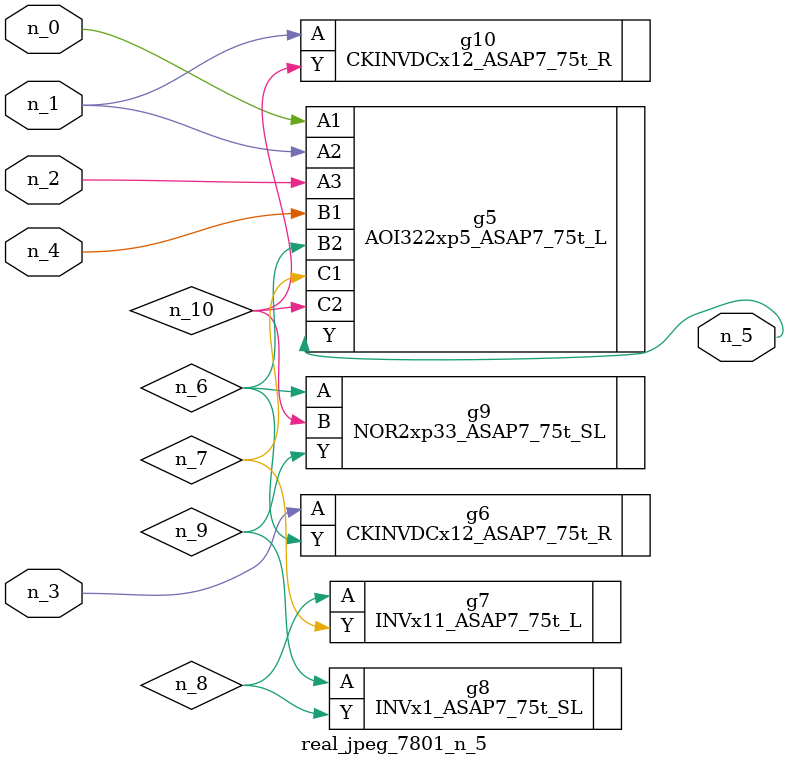
<source format=v>
module real_jpeg_7801_n_5 (n_4, n_0, n_1, n_2, n_3, n_5);

input n_4;
input n_0;
input n_1;
input n_2;
input n_3;

output n_5;

wire n_8;
wire n_6;
wire n_7;
wire n_10;
wire n_9;

AOI322xp5_ASAP7_75t_L g5 ( 
.A1(n_0),
.A2(n_1),
.A3(n_2),
.B1(n_4),
.B2(n_6),
.C1(n_7),
.C2(n_10),
.Y(n_5)
);

CKINVDCx12_ASAP7_75t_R g10 ( 
.A(n_1),
.Y(n_10)
);

CKINVDCx12_ASAP7_75t_R g6 ( 
.A(n_3),
.Y(n_6)
);

NOR2xp33_ASAP7_75t_SL g9 ( 
.A(n_6),
.B(n_10),
.Y(n_9)
);

INVx11_ASAP7_75t_L g7 ( 
.A(n_8),
.Y(n_7)
);

INVx1_ASAP7_75t_SL g8 ( 
.A(n_9),
.Y(n_8)
);


endmodule
</source>
